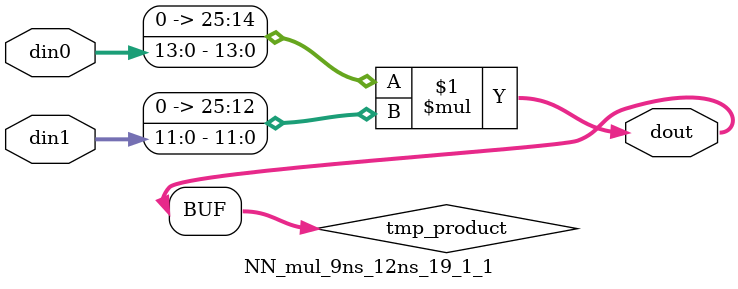
<source format=v>

`timescale 1 ns / 1 ps

 module NN_mul_9ns_12ns_19_1_1(din0, din1, dout);
parameter ID = 1;
parameter NUM_STAGE = 0;
parameter din0_WIDTH = 14;
parameter din1_WIDTH = 12;
parameter dout_WIDTH = 26;

input [din0_WIDTH - 1 : 0] din0; 
input [din1_WIDTH - 1 : 0] din1; 
output [dout_WIDTH - 1 : 0] dout;

wire signed [dout_WIDTH - 1 : 0] tmp_product;
























assign tmp_product = $signed({1'b0, din0}) * $signed({1'b0, din1});











assign dout = tmp_product;





















endmodule

</source>
